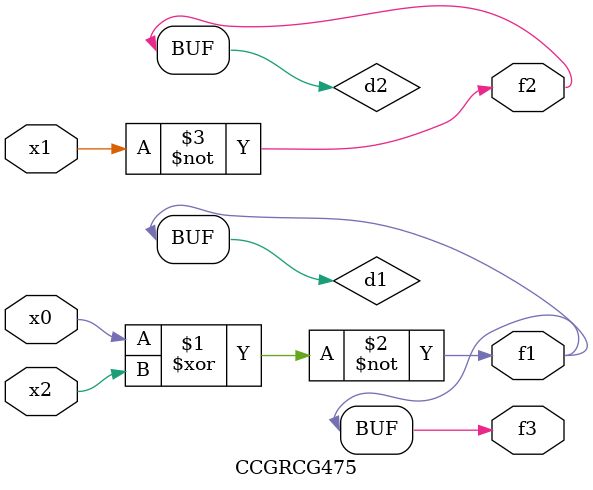
<source format=v>
module CCGRCG475(
	input x0, x1, x2,
	output f1, f2, f3
);

	wire d1, d2, d3;

	xnor (d1, x0, x2);
	nand (d2, x1);
	nor (d3, x1, x2);
	assign f1 = d1;
	assign f2 = d2;
	assign f3 = d1;
endmodule

</source>
